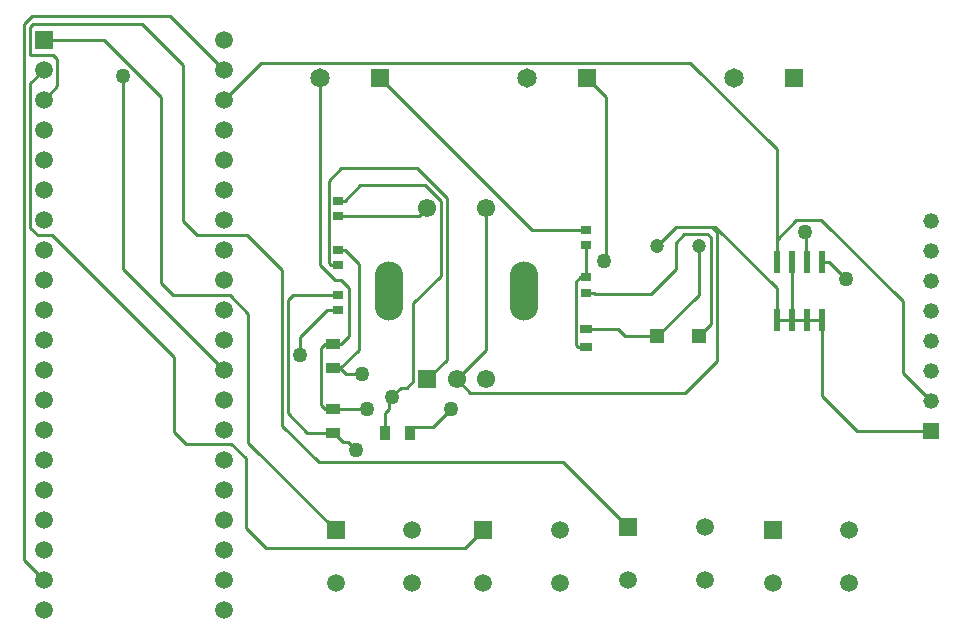
<source format=gbr>
%TF.GenerationSoftware,Altium Limited,Altium Designer,24.7.2 (38)*%
G04 Layer_Physical_Order=1*
G04 Layer_Color=255*
%FSLAX45Y45*%
%MOMM*%
%TF.SameCoordinates,C0304756-74E1-48AD-9E84-610300F6E2F7*%
%TF.FilePolarity,Positive*%
%TF.FileFunction,Copper,L1,Top,Signal*%
%TF.Part,Single*%
G01*
G75*
%TA.AperFunction,SMDPad,CuDef*%
%ADD10R,1.20620X0.95620*%
%ADD11R,0.85000X0.75000*%
%ADD12R,0.95620X1.20620*%
%ADD13R,0.55880X1.98120*%
%ADD14R,1.00000X0.75000*%
%TA.AperFunction,Conductor*%
%ADD15C,0.25400*%
%TA.AperFunction,ComponentPad*%
%ADD16C,1.49800*%
%ADD17R,1.49800X1.49800*%
%ADD18R,1.20000X1.20000*%
%ADD19C,1.20000*%
%ADD20C,1.65000*%
%ADD21R,1.65000X1.65000*%
%ADD22C,1.55000*%
%ADD23R,1.55000X1.55000*%
G04:AMPARAMS|DCode=24|XSize=2.4mm|YSize=5mm|CornerRadius=1.2mm|HoleSize=0mm|Usage=FLASHONLY|Rotation=0.000|XOffset=0mm|YOffset=0mm|HoleType=Round|Shape=RoundedRectangle|*
%AMROUNDEDRECTD24*
21,1,2.40000,2.60000,0,0,0.0*
21,1,0.00000,5.00000,0,0,0.0*
1,1,2.40000,0.00000,-1.30000*
1,1,2.40000,0.00000,-1.30000*
1,1,2.40000,0.00000,1.30000*
1,1,2.40000,0.00000,1.30000*
%
%ADD24ROUNDEDRECTD24*%
%ADD25R,1.32080X1.32080*%
%ADD26C,1.50800*%
%ADD27R,1.50800X1.50800*%
%ADD28C,1.32080*%
%TA.AperFunction,ViaPad*%
%ADD29C,1.27000*%
D10*
X-2349998Y-852498D02*
D03*
Y-647500D02*
D03*
Y-302502D02*
D03*
Y-97498D02*
D03*
D11*
X-2300000Y700001D02*
D03*
Y569999D02*
D03*
Y1115001D02*
D03*
Y984999D02*
D03*
Y314998D02*
D03*
Y185001D02*
D03*
X-200000Y735002D02*
D03*
Y864999D02*
D03*
Y335003D02*
D03*
Y465000D02*
D03*
D12*
X-1697497Y-849999D02*
D03*
X-1902501D02*
D03*
D13*
X1409502Y596379D02*
D03*
X1536502D02*
D03*
X1663502D02*
D03*
X1790502D02*
D03*
Y103619D02*
D03*
X1663502D02*
D03*
X1536502D02*
D03*
X1409502D02*
D03*
D14*
X-200000Y-125001D02*
D03*
Y25001D02*
D03*
D15*
X-2237140Y-350000D02*
X-2100000D01*
X-2284639Y-302502D02*
X-2237140Y-350000D01*
X-2563820Y-852498D02*
X-2337498D01*
X-2222789Y-927211D02*
X-2150000Y-1000000D01*
X-2262785Y-927211D02*
X-2222789D01*
X-398405Y-1101600D02*
X149997Y-1650002D01*
X-2337498Y-852498D02*
X-2262785Y-927211D01*
X-2779720Y-790400D02*
X-2468520Y-1101600D01*
X-398405D01*
X-1869440Y-569440D02*
X-1773080Y-473079D01*
X-1723079D01*
X-1902501Y-679993D02*
X-1869440Y-646933D01*
Y-569440D01*
X-1723079Y-473079D02*
X-1665599Y-415599D01*
X-1502389Y-802389D02*
X-1350000Y-650000D01*
X-1662387Y-802389D02*
X-1502389D01*
X-1697497Y-849999D02*
Y-837499D01*
X-1662387Y-802389D01*
X-1665599Y-415599D02*
Y247207D01*
X-1433520Y479286D02*
Y1114600D01*
X-1665599Y247207D02*
X-1433520Y479286D01*
X-1902501Y-849999D02*
Y-679993D01*
X-33980Y616020D02*
Y1991982D01*
X-50000Y600000D02*
X-33980Y616020D01*
X1650000Y850000D02*
X1656751Y843249D01*
Y603130D02*
X1663502Y596379D01*
X1656751Y603130D02*
Y843249D01*
X1785100Y951600D02*
X2475540Y261160D01*
X1409502Y784400D02*
X1576702Y951600D01*
X1785100D01*
X1853621Y596379D02*
X2000000Y450000D01*
X1790502Y596379D02*
X1853621D01*
X860100Y888540D02*
X891342D01*
X1409502Y784400D02*
Y1551480D01*
Y596379D02*
Y784400D01*
X-2728920Y-687398D02*
X-2563820Y-852498D01*
X-2728920Y-687398D02*
Y272793D01*
X-2686715Y314998D01*
X-2300000D01*
X-2349998Y-302502D02*
X-2284639D01*
X-2128103Y-153805D01*
Y581200D01*
X-2246904Y700001D02*
X-2128103Y581200D01*
X-2300000Y700001D02*
X-2246904D01*
X-2300000Y1115001D02*
X-2248042D01*
X-2116364Y1246680D01*
X-1565600D01*
X-1433520Y1114600D01*
X-2300000Y984999D02*
X-1614998D01*
X-1549999Y1049998D01*
X-1946001Y2150001D02*
X-660999Y864999D01*
X-200000D01*
X-191999Y2150001D02*
X-33980Y1991982D01*
X-4123380Y533880D02*
X-3269899Y-319601D01*
X-4123380Y533880D02*
Y2166160D01*
X-4793899Y2474399D02*
X-4286839D01*
X-3800800Y1988360D01*
Y416100D02*
Y1988360D01*
Y416100D02*
X-3699200Y314500D01*
X-3221335D01*
X-3064200Y157365D01*
Y-935800D02*
Y157365D01*
Y-935800D02*
X-2324999Y-1675001D01*
X-4908240Y2106059D02*
X-4793899Y2220399D01*
X-4908240Y886000D02*
Y2106059D01*
Y886000D02*
X-4844740Y822500D01*
X-4725360D01*
X-3689040Y-213820D01*
Y-841200D02*
Y-213820D01*
Y-841200D02*
X-3587440Y-942800D01*
X-3206440D01*
X-3087060Y-1062180D01*
Y-1654000D02*
Y-1062180D01*
Y-1654000D02*
X-2911800Y-1829260D01*
X-1229258D01*
X-1074999Y-1675001D01*
X-2779720Y-790400D02*
Y525320D01*
X-3076900Y822500D02*
X-2779720Y525320D01*
X-3496000Y822500D02*
X-3076900D01*
X-3615380Y941880D02*
X-3496000Y822500D01*
X-3615380Y941880D02*
Y2262680D01*
X-3965900Y2613200D02*
X-3615380Y2262680D01*
X-4882840Y2613200D02*
X-3965900D01*
X-4908240Y2587800D02*
X-4882840Y2613200D01*
X-4908240Y2349040D02*
Y2587800D01*
Y2349040D02*
X-4715200D01*
X-4679640Y2313480D01*
Y2080659D02*
Y2313480D01*
X-4793899Y1966399D02*
X-4679640Y2080659D01*
X-2627320Y-193500D02*
Y-43640D01*
X-2398679Y185001D01*
X-2300000D01*
X-1050000Y-150005D02*
Y1049998D01*
X-1299997Y-400002D02*
X-1050000Y-150005D01*
X1409502Y103619D02*
Y370380D01*
X891342Y888540D02*
X1409502Y370380D01*
X2475540Y-345041D02*
Y261160D01*
Y-345041D02*
X2716002Y-585503D01*
X-275280Y-125001D02*
X-200000D01*
X-290520Y-109761D02*
X-275280Y-125001D01*
X-290520Y-109761D02*
Y428800D01*
X-254320Y465000D01*
X-200000D01*
Y335003D02*
X-140137D01*
X-129113Y323979D01*
X346339D01*
X557840Y535480D01*
Y759000D01*
X628960Y830120D01*
X822000D01*
X849940Y802180D01*
Y68638D02*
Y802180D01*
X750001Y-31301D02*
X849940Y68638D01*
X399999Y731299D02*
X557240Y888540D01*
X860100D01*
X900740Y847900D01*
Y-246840D02*
Y847900D01*
X631500Y-516080D02*
X900740Y-246840D01*
X-1183919Y-516080D02*
X631500D01*
X-1299997Y-400002D02*
X-1183919Y-516080D01*
X-2360620Y569999D02*
X-2300000D01*
X-2380940Y590319D02*
X-2360620Y569999D01*
X-2380940Y590319D02*
Y1282240D01*
X-2276800Y1386380D01*
X-1633454D01*
X-1382720Y1135646D01*
Y-232723D02*
Y1135646D01*
X-1549999Y-400002D02*
X-1382720Y-232723D01*
X750001Y318701D02*
Y731299D01*
X399999Y-31301D02*
X750001Y318701D01*
X-2414621Y-647500D02*
X-2349998D01*
X-2449520Y-612600D02*
X-2414621Y-647500D01*
X-2449520Y-612600D02*
Y-130000D01*
X-2417018Y-97498D01*
X-2349998D01*
X-4959040Y-1932460D02*
X-4793899Y-2097601D01*
X-4959040Y-1932460D02*
Y2613200D01*
X-4895540Y2676700D01*
X-3726200D01*
X-3269899Y2220399D01*
Y1966399D02*
X-2955839Y2280460D01*
X680522D01*
X1409502Y1551480D01*
X1790502Y-536400D02*
Y103619D01*
Y-536400D02*
X2093605Y-839503D01*
X2716002D01*
X-2349998Y-647500D02*
X-2058360D01*
X-2349998Y-97498D02*
X-2276800D01*
X-2213300Y-33998D01*
Y378000D01*
X-2276800Y441500D02*
X-2213300Y378000D01*
X-2327600Y441500D02*
X-2276800D01*
X-2454001Y567901D02*
X-2327600Y441500D01*
X-2454001Y567901D02*
Y2150001D01*
X1536502Y103619D02*
Y596379D01*
X1409502Y103619D02*
X1536502D01*
X1663502D02*
X1790502D01*
X1536502D02*
X1663502D01*
X126462Y-31301D02*
X399999D01*
X70160Y25001D02*
X126462Y-31301D01*
X-200000Y25001D02*
X70160D01*
X-200000Y465000D02*
Y735002D01*
D16*
X2025000Y-1675001D02*
D03*
Y-2125002D02*
D03*
X1374999D02*
D03*
X-1674998Y-1675001D02*
D03*
Y-2125002D02*
D03*
X-2324999D02*
D03*
X799998Y-1650002D02*
D03*
Y-2099999D02*
D03*
X149997D02*
D03*
X-425003Y-1675001D02*
D03*
Y-2125002D02*
D03*
X-1074999D02*
D03*
D17*
X1374999Y-1675001D02*
D03*
X-2324999D02*
D03*
X149997Y-1650002D02*
D03*
X-1074999Y-1675001D02*
D03*
D18*
X750001Y-31301D02*
D03*
X399999D02*
D03*
D19*
X750001Y731299D02*
D03*
X399999D02*
D03*
D20*
X-2454001Y2150001D02*
D03*
X-699999D02*
D03*
X1050000D02*
D03*
D21*
X-1946001D02*
D03*
X-191999D02*
D03*
X1558000D02*
D03*
D22*
X-1549999Y1049998D02*
D03*
X-1050000D02*
D03*
Y-400002D02*
D03*
X-1299997D02*
D03*
D23*
X-1549999D02*
D03*
D24*
X-1869999Y349999D02*
D03*
X-730001D02*
D03*
D25*
X2716002Y-839503D02*
D03*
D26*
X-3269899Y2220399D02*
D03*
X-4793899Y-2097601D02*
D03*
Y2220399D02*
D03*
Y1966399D02*
D03*
Y1712399D02*
D03*
Y1458399D02*
D03*
Y1204399D02*
D03*
Y950399D02*
D03*
Y696399D02*
D03*
Y442399D02*
D03*
Y188399D02*
D03*
Y-65601D02*
D03*
Y-319601D02*
D03*
Y-573601D02*
D03*
Y-827601D02*
D03*
Y-1081601D02*
D03*
Y-1335601D02*
D03*
Y-1589601D02*
D03*
Y-1843601D02*
D03*
Y-2351601D02*
D03*
X-3269899D02*
D03*
Y-2097601D02*
D03*
Y-1843601D02*
D03*
Y-1589601D02*
D03*
Y-1335601D02*
D03*
Y-1081601D02*
D03*
Y-827601D02*
D03*
Y-573601D02*
D03*
Y-319601D02*
D03*
Y-65601D02*
D03*
Y188399D02*
D03*
Y442399D02*
D03*
Y696399D02*
D03*
Y950399D02*
D03*
Y1204399D02*
D03*
Y1458399D02*
D03*
Y1712399D02*
D03*
Y1966399D02*
D03*
Y2474399D02*
D03*
D27*
X-4793899D02*
D03*
D28*
X2716002Y-77503D02*
D03*
Y-331503D02*
D03*
Y-585503D02*
D03*
Y176497D02*
D03*
Y430497D02*
D03*
Y938497D02*
D03*
Y684497D02*
D03*
D29*
X-2100000Y-350000D02*
D03*
X-2150000Y-1000000D02*
D03*
X-1850000Y-550000D02*
D03*
X-1350000Y-650000D02*
D03*
X-50000Y600000D02*
D03*
X1650000Y850000D02*
D03*
X2000000Y450000D02*
D03*
X-4123380Y2166160D02*
D03*
X-2627320Y-193500D02*
D03*
X-2058360Y-647500D02*
D03*
%TF.MD5,eaa2782ecfa417894c19625a1a206873*%
M02*

</source>
